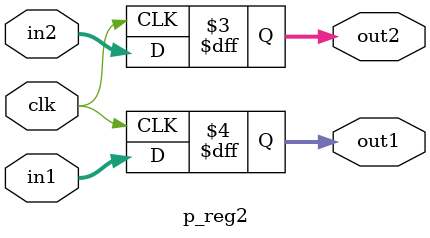
<source format=v>
`include "DW01_addsub.v"
`include "DW_rash.v"
`include "DW02_mult.v"
`include "DW01_mux_any.v"


module MSA_PF(clk, inst, data_in, acc);
input clk;
input [53:0] inst;
input [47:0] data_in;
output [15:0] acc;

wire [15:0] RF_read_1, RF_read_2, RF_read_3, RF_read_3_temp1, RF_read_3_temp2;
wire [15:0] RF3_mux_1, RF3_mux_2;
wire [15:0] M_temp, A_temp, S_temp;
wire [15:0] M_in_1, M_in_2, A_in_1, A_in_2, S_in;
wire [31:0] M_out;
wire [15:0] A_out, S_out;

wire co;

//assign M_out = mult_temp_out[30:15];

Register_File_3R1W u_RF( .clk(clk), .addr_r1(inst[15:12]), .addr_r2(inst[11:8]), .addr_r3(inst[7:4]), .wen_w(inst[20]), .addr_w(inst[19:16]), .data_w(A_temp), .rf_data_r1(RF_read_1), .rf_data_r2(RF_read_2), .rf_data_r3(RF_read_3), .DM_addr_w1(inst[44:41]), .DM_addr_w2(inst[40:37]), .DM_addr_w3(inst[36:33]), .DM_data(data_in), .DM_wen1(inst[47]), .DM_wen2(inst[46]), .DM_wen3(inst[45]), .DM_addr_r(inst[32:29]), .acc(acc) );       

DW01_mux_any #(64, 2, 16) u_M_mux_L( .A({A_temp, S_temp, M_temp, RF_read_1}), .SEL(inst[28:27]), .MUX(M_in_1) );
DW01_mux_any #(64, 2, 16) u_M_mux_R( .A({A_temp, S_temp, M_temp, RF_read_2}), .SEL(inst[26:25]), .MUX(M_in_2) );
DW02_mult #(16, 16) u_mult( .A(M_in_1), .B(M_in_2), .TC(inst[49]), .PRODUCT(M_out) );
DW01_mux_any #(64, 2, 16) u_mux_p1( .A({A_temp, S_temp, M_temp, RF_read_3}), .SEL(inst[53:52]), .MUX(RF3_mux_1) );
p_reg2 u_preg2_1( .clk(clk), .in1(M_out[30:15]), .in2(RF3_mux_1), .out1(M_temp), .out2(RF_read_3_temp1) );

DW01_mux_any #(64, 2, 16) u_S_mux( .A({16'h0000, A_temp, S_temp, M_temp}), .SEL(inst[22:21]), .MUX(S_in) );
sh u_sh( .in(S_in), .sel(inst[3:0]), .out(S_out) );
DW01_mux_any #(64, 2, 16) u_mux_p2( .A({16'h0000, A_temp, S_temp, RF_read_3_temp1}), .SEL(inst[51:50]), .MUX(RF3_mux_2) );
p_reg2 u_preg2_2( .clk(clk), .in1(S_out), .in2(RF3_mux_2), .out1(S_temp), .out2(RF_read_3_temp2) );

DW01_mux_any #(32, 1, 16) u_A_mux_L( .A({A_temp, S_temp}), .SEL(inst[24]), .MUX(A_in_1) );
DW01_mux_any #(32, 1, 16) u_A_mux_R( .A({A_temp, RF_read_3_temp2}), .SEL(inst[23]), .MUX(A_in_2) );
DW01_addsub #(16) u_add( .A(A_in_1), .B(A_in_2), .CI(1'b0), .ADD_SUB(inst[48]), .SUM(A_out), .CO(co) );
p_reg1 u_preg1( .clk(clk), .in1(A_out), .out1(A_temp) );

endmodule




module Register_File_3R1W(clk, addr_r1, addr_r2, addr_r3, wen_w, addr_w, data_w, rf_data_r1, rf_data_r2, rf_data_r3, DM_addr_w1, DM_addr_w2, DM_addr_w3, DM_data, DM_wen1, DM_wen2, DM_wen3, DM_addr_r, acc);                                                       
input		clk		;                                              		
input	[3:0]	addr_r1		;                                              
input	[3:0]	addr_r2		;				 
input	[3:0]	addr_r3		;	                                              
input		wen_w		;                                              
input	[3:0]	addr_w		;                                              
input	[15:0]	data_w		;  	
input   [3:0]   DM_addr_w1;
input   [3:0]   DM_addr_w2;
input   [3:0]   DM_addr_w3;
input   [47:0]  DM_data;
input			DM_wen1, DM_wen2, DM_wen3;
input	[3:0]	DM_addr_r;
	// output
output	[15:0]	rf_data_r1	;	                                       
output	[15:0]	rf_data_r2	;
output	[15:0]	rf_data_r3	;
output	[15:0]	acc;
//=====================================================================
//   WIRE AND REG DECLARATION                                          
//=====================================================================	 
reg [15:0]  register_file [0:15];
//=====================================================================
//   DESIGN                                                            
//=====================================================================

//---------------------------------------------------------------------                                
//	Read                                                                                              
//---------------------------------------------------------------------  
assign acc = register_file[DM_addr_r];

assign rf_data_r1 = register_file[addr_r1];
					
assign rf_data_r2 = register_file[addr_r2];

assign rf_data_r3 = register_file[addr_r3];
                    
//---------------------------------------------------------------------                                
//	Write                                                                                              
//--------------------------------------------------------------------- 
always @ (posedge clk)                                            
begin                                                                  
        if (wen_w) register_file[addr_w] <= data_w;
		
        if (DM_wen1) register_file[DM_addr_w1] <= DM_data[47:32];
		if (DM_wen2) register_file[DM_addr_w2] <= DM_data[31:16];
		if (DM_wen3) register_file[DM_addr_w3] <= DM_data[15:0];

		
end
//---------------------------------------------------------------------  

endmodule  

module sh(in, sel, out);
input [15:0] in;
input [3:0] sel;
output [15:0] out;

DW_rash #(16, 4) u_rash( .A(in), .DATA_TC(1'b1), .SH(sel), .SH_TC(1'b1), .B(out) );
endmodule

module p_reg1(clk, in1, out1);
input			clk;
input	[15:0]	in1;
output	[15:0]	out1;


reg		[15:0]	out1;


always @(posedge clk)
begin
	out1 <= in1;
end

endmodule

module p_reg2(clk, in1, in2, out1, out2);
input			clk;
input	[15:0]	in1;
input	[15:0]	in2;
output	[15:0]	out1;
output	[15:0]	out2;


reg		[15:0]	out1;
reg		[15:0]	out2;


always @(posedge clk)
begin
	out1 <= in1;
end

always @(posedge clk)
begin
	out2 <= in2;
end

endmodule


</source>
